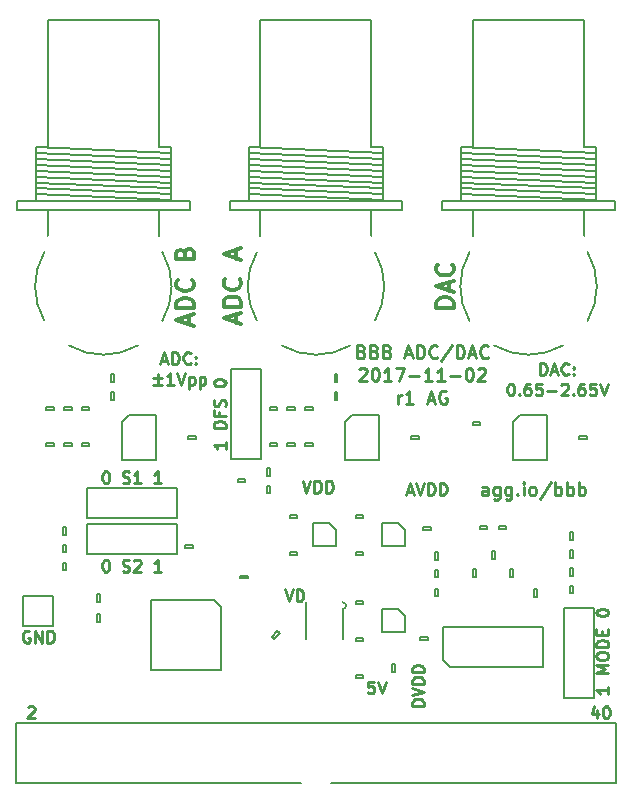
<source format=gto>
%TF.GenerationSoftware,KiCad,Pcbnew,no-vcs-found-0b1eb56~60~ubuntu16.04.1*%
%TF.CreationDate,2017-11-02T03:22:39+00:00*%
%TF.ProjectId,adcdac,6164636461632E6B696361645F706362,rev?*%
%TF.SameCoordinates,Original*%
%TF.FileFunction,Legend,Top*%
%TF.FilePolarity,Positive*%
%FSLAX46Y46*%
G04 Gerber Fmt 4.6, Leading zero omitted, Abs format (unit mm)*
G04 Created by KiCad (PCBNEW no-vcs-found-0b1eb56~60~ubuntu16.04.1) date Thu Nov  2 03:22:39 2017*
%MOMM*%
%LPD*%
G01*
G04 APERTURE LIST*
%ADD10C,0.275000*%
%ADD11C,0.250000*%
%ADD12C,0.300000*%
%ADD13C,0.150000*%
%ADD14R,1.900000X1.900000*%
%ADD15C,1.000000*%
%ADD16C,1.900000*%
%ADD17R,0.950000X1.000000*%
%ADD18C,0.950000*%
%ADD19C,0.100000*%
%ADD20R,1.000000X0.950000*%
%ADD21R,0.450000X1.450000*%
%ADD22R,1.662000X1.727000*%
%ADD23C,3.200000*%
%ADD24C,2.000000*%
%ADD25R,0.620000X0.620000*%
%ADD26R,0.300000X1.500000*%
%ADD27R,1.500000X0.300000*%
%ADD28R,1.550000X0.600000*%
%ADD29R,0.450000X1.350000*%
G04 APERTURE END LIST*
D10*
X114550000Y-128197619D02*
X114550000Y-127621428D01*
X114497619Y-127516666D01*
X114392857Y-127464285D01*
X114183333Y-127464285D01*
X114078571Y-127516666D01*
X114550000Y-128145238D02*
X114445238Y-128197619D01*
X114183333Y-128197619D01*
X114078571Y-128145238D01*
X114026190Y-128040476D01*
X114026190Y-127935714D01*
X114078571Y-127830952D01*
X114183333Y-127778571D01*
X114445238Y-127778571D01*
X114550000Y-127726190D01*
X115545238Y-127464285D02*
X115545238Y-128354761D01*
X115492857Y-128459523D01*
X115440476Y-128511904D01*
X115335714Y-128564285D01*
X115178571Y-128564285D01*
X115073809Y-128511904D01*
X115545238Y-128145238D02*
X115440476Y-128197619D01*
X115230952Y-128197619D01*
X115126190Y-128145238D01*
X115073809Y-128092857D01*
X115021428Y-127988095D01*
X115021428Y-127673809D01*
X115073809Y-127569047D01*
X115126190Y-127516666D01*
X115230952Y-127464285D01*
X115440476Y-127464285D01*
X115545238Y-127516666D01*
X116540476Y-127464285D02*
X116540476Y-128354761D01*
X116488095Y-128459523D01*
X116435714Y-128511904D01*
X116330952Y-128564285D01*
X116173809Y-128564285D01*
X116069047Y-128511904D01*
X116540476Y-128145238D02*
X116435714Y-128197619D01*
X116226190Y-128197619D01*
X116121428Y-128145238D01*
X116069047Y-128092857D01*
X116016666Y-127988095D01*
X116016666Y-127673809D01*
X116069047Y-127569047D01*
X116121428Y-127516666D01*
X116226190Y-127464285D01*
X116435714Y-127464285D01*
X116540476Y-127516666D01*
X117064285Y-128092857D02*
X117116666Y-128145238D01*
X117064285Y-128197619D01*
X117011904Y-128145238D01*
X117064285Y-128092857D01*
X117064285Y-128197619D01*
X117588095Y-128197619D02*
X117588095Y-127464285D01*
X117588095Y-127097619D02*
X117535714Y-127150000D01*
X117588095Y-127202380D01*
X117640476Y-127150000D01*
X117588095Y-127097619D01*
X117588095Y-127202380D01*
X118269047Y-128197619D02*
X118164285Y-128145238D01*
X118111904Y-128092857D01*
X118059523Y-127988095D01*
X118059523Y-127673809D01*
X118111904Y-127569047D01*
X118164285Y-127516666D01*
X118269047Y-127464285D01*
X118426190Y-127464285D01*
X118530952Y-127516666D01*
X118583333Y-127569047D01*
X118635714Y-127673809D01*
X118635714Y-127988095D01*
X118583333Y-128092857D01*
X118530952Y-128145238D01*
X118426190Y-128197619D01*
X118269047Y-128197619D01*
X119892857Y-127045238D02*
X118950000Y-128459523D01*
X120259523Y-128197619D02*
X120259523Y-127097619D01*
X120259523Y-127516666D02*
X120364285Y-127464285D01*
X120573809Y-127464285D01*
X120678571Y-127516666D01*
X120730952Y-127569047D01*
X120783333Y-127673809D01*
X120783333Y-127988095D01*
X120730952Y-128092857D01*
X120678571Y-128145238D01*
X120573809Y-128197619D01*
X120364285Y-128197619D01*
X120259523Y-128145238D01*
X121254761Y-128197619D02*
X121254761Y-127097619D01*
X121254761Y-127516666D02*
X121359523Y-127464285D01*
X121569047Y-127464285D01*
X121673809Y-127516666D01*
X121726190Y-127569047D01*
X121778571Y-127673809D01*
X121778571Y-127988095D01*
X121726190Y-128092857D01*
X121673809Y-128145238D01*
X121569047Y-128197619D01*
X121359523Y-128197619D01*
X121254761Y-128145238D01*
X122250000Y-128197619D02*
X122250000Y-127097619D01*
X122250000Y-127516666D02*
X122354761Y-127464285D01*
X122564285Y-127464285D01*
X122669047Y-127516666D01*
X122721428Y-127569047D01*
X122773809Y-127673809D01*
X122773809Y-127988095D01*
X122721428Y-128092857D01*
X122669047Y-128145238D01*
X122564285Y-128197619D01*
X122354761Y-128197619D01*
X122250000Y-128145238D01*
D11*
X109152380Y-145990476D02*
X108152380Y-145990476D01*
X108152380Y-145752380D01*
X108200000Y-145609523D01*
X108295238Y-145514285D01*
X108390476Y-145466666D01*
X108580952Y-145419047D01*
X108723809Y-145419047D01*
X108914285Y-145466666D01*
X109009523Y-145514285D01*
X109104761Y-145609523D01*
X109152380Y-145752380D01*
X109152380Y-145990476D01*
X108152380Y-145133333D02*
X109152380Y-144800000D01*
X108152380Y-144466666D01*
X109152380Y-144133333D02*
X108152380Y-144133333D01*
X108152380Y-143895238D01*
X108200000Y-143752380D01*
X108295238Y-143657142D01*
X108390476Y-143609523D01*
X108580952Y-143561904D01*
X108723809Y-143561904D01*
X108914285Y-143609523D01*
X109009523Y-143657142D01*
X109104761Y-143752380D01*
X109152380Y-143895238D01*
X109152380Y-144133333D01*
X109152380Y-143133333D02*
X108152380Y-143133333D01*
X108152380Y-142895238D01*
X108200000Y-142752380D01*
X108295238Y-142657142D01*
X108390476Y-142609523D01*
X108580952Y-142561904D01*
X108723809Y-142561904D01*
X108914285Y-142609523D01*
X109009523Y-142657142D01*
X109104761Y-142752380D01*
X109152380Y-142895238D01*
X109152380Y-143133333D01*
X107733333Y-127866666D02*
X108209523Y-127866666D01*
X107638095Y-128152380D02*
X107971428Y-127152380D01*
X108304761Y-128152380D01*
X108495238Y-127152380D02*
X108828571Y-128152380D01*
X109161904Y-127152380D01*
X109495238Y-128152380D02*
X109495238Y-127152380D01*
X109733333Y-127152380D01*
X109876190Y-127200000D01*
X109971428Y-127295238D01*
X110019047Y-127390476D01*
X110066666Y-127580952D01*
X110066666Y-127723809D01*
X110019047Y-127914285D01*
X109971428Y-128009523D01*
X109876190Y-128104761D01*
X109733333Y-128152380D01*
X109495238Y-128152380D01*
X110495238Y-128152380D02*
X110495238Y-127152380D01*
X110733333Y-127152380D01*
X110876190Y-127200000D01*
X110971428Y-127295238D01*
X111019047Y-127390476D01*
X111066666Y-127580952D01*
X111066666Y-127723809D01*
X111019047Y-127914285D01*
X110971428Y-128009523D01*
X110876190Y-128104761D01*
X110733333Y-128152380D01*
X110495238Y-128152380D01*
X98866666Y-126952380D02*
X99200000Y-127952380D01*
X99533333Y-126952380D01*
X99866666Y-127952380D02*
X99866666Y-126952380D01*
X100104761Y-126952380D01*
X100247619Y-127000000D01*
X100342857Y-127095238D01*
X100390476Y-127190476D01*
X100438095Y-127380952D01*
X100438095Y-127523809D01*
X100390476Y-127714285D01*
X100342857Y-127809523D01*
X100247619Y-127904761D01*
X100104761Y-127952380D01*
X99866666Y-127952380D01*
X100866666Y-127952380D02*
X100866666Y-126952380D01*
X101104761Y-126952380D01*
X101247619Y-127000000D01*
X101342857Y-127095238D01*
X101390476Y-127190476D01*
X101438095Y-127380952D01*
X101438095Y-127523809D01*
X101390476Y-127714285D01*
X101342857Y-127809523D01*
X101247619Y-127904761D01*
X101104761Y-127952380D01*
X100866666Y-127952380D01*
X104909523Y-143952380D02*
X104433333Y-143952380D01*
X104385714Y-144428571D01*
X104433333Y-144380952D01*
X104528571Y-144333333D01*
X104766666Y-144333333D01*
X104861904Y-144380952D01*
X104909523Y-144428571D01*
X104957142Y-144523809D01*
X104957142Y-144761904D01*
X104909523Y-144857142D01*
X104861904Y-144904761D01*
X104766666Y-144952380D01*
X104528571Y-144952380D01*
X104433333Y-144904761D01*
X104385714Y-144857142D01*
X105242857Y-143952380D02*
X105576190Y-144952380D01*
X105909523Y-143952380D01*
X97366666Y-136152380D02*
X97700000Y-137152380D01*
X98033333Y-136152380D01*
X98366666Y-137152380D02*
X98366666Y-136152380D01*
X98604761Y-136152380D01*
X98747619Y-136200000D01*
X98842857Y-136295238D01*
X98890476Y-136390476D01*
X98938095Y-136580952D01*
X98938095Y-136723809D01*
X98890476Y-136914285D01*
X98842857Y-137009523D01*
X98747619Y-137104761D01*
X98604761Y-137152380D01*
X98366666Y-137152380D01*
X75738095Y-139700000D02*
X75642857Y-139652380D01*
X75500000Y-139652380D01*
X75357142Y-139700000D01*
X75261904Y-139795238D01*
X75214285Y-139890476D01*
X75166666Y-140080952D01*
X75166666Y-140223809D01*
X75214285Y-140414285D01*
X75261904Y-140509523D01*
X75357142Y-140604761D01*
X75500000Y-140652380D01*
X75595238Y-140652380D01*
X75738095Y-140604761D01*
X75785714Y-140557142D01*
X75785714Y-140223809D01*
X75595238Y-140223809D01*
X76214285Y-140652380D02*
X76214285Y-139652380D01*
X76785714Y-140652380D01*
X76785714Y-139652380D01*
X77261904Y-140652380D02*
X77261904Y-139652380D01*
X77500000Y-139652380D01*
X77642857Y-139700000D01*
X77738095Y-139795238D01*
X77785714Y-139890476D01*
X77833333Y-140080952D01*
X77833333Y-140223809D01*
X77785714Y-140414285D01*
X77738095Y-140509523D01*
X77642857Y-140604761D01*
X77500000Y-140652380D01*
X77261904Y-140652380D01*
X118971428Y-117977380D02*
X118971428Y-116977380D01*
X119209523Y-116977380D01*
X119352380Y-117025000D01*
X119447619Y-117120238D01*
X119495238Y-117215476D01*
X119542857Y-117405952D01*
X119542857Y-117548809D01*
X119495238Y-117739285D01*
X119447619Y-117834523D01*
X119352380Y-117929761D01*
X119209523Y-117977380D01*
X118971428Y-117977380D01*
X119923809Y-117691666D02*
X120400000Y-117691666D01*
X119828571Y-117977380D02*
X120161904Y-116977380D01*
X120495238Y-117977380D01*
X121400000Y-117882142D02*
X121352380Y-117929761D01*
X121209523Y-117977380D01*
X121114285Y-117977380D01*
X120971428Y-117929761D01*
X120876190Y-117834523D01*
X120828571Y-117739285D01*
X120780952Y-117548809D01*
X120780952Y-117405952D01*
X120828571Y-117215476D01*
X120876190Y-117120238D01*
X120971428Y-117025000D01*
X121114285Y-116977380D01*
X121209523Y-116977380D01*
X121352380Y-117025000D01*
X121400000Y-117072619D01*
X121828571Y-117882142D02*
X121876190Y-117929761D01*
X121828571Y-117977380D01*
X121780952Y-117929761D01*
X121828571Y-117882142D01*
X121828571Y-117977380D01*
X121828571Y-117358333D02*
X121876190Y-117405952D01*
X121828571Y-117453571D01*
X121780952Y-117405952D01*
X121828571Y-117358333D01*
X121828571Y-117453571D01*
X116447619Y-118727380D02*
X116542857Y-118727380D01*
X116638095Y-118775000D01*
X116685714Y-118822619D01*
X116733333Y-118917857D01*
X116780952Y-119108333D01*
X116780952Y-119346428D01*
X116733333Y-119536904D01*
X116685714Y-119632142D01*
X116638095Y-119679761D01*
X116542857Y-119727380D01*
X116447619Y-119727380D01*
X116352380Y-119679761D01*
X116304761Y-119632142D01*
X116257142Y-119536904D01*
X116209523Y-119346428D01*
X116209523Y-119108333D01*
X116257142Y-118917857D01*
X116304761Y-118822619D01*
X116352380Y-118775000D01*
X116447619Y-118727380D01*
X117209523Y-119632142D02*
X117257142Y-119679761D01*
X117209523Y-119727380D01*
X117161904Y-119679761D01*
X117209523Y-119632142D01*
X117209523Y-119727380D01*
X118114285Y-118727380D02*
X117923809Y-118727380D01*
X117828571Y-118775000D01*
X117780952Y-118822619D01*
X117685714Y-118965476D01*
X117638095Y-119155952D01*
X117638095Y-119536904D01*
X117685714Y-119632142D01*
X117733333Y-119679761D01*
X117828571Y-119727380D01*
X118019047Y-119727380D01*
X118114285Y-119679761D01*
X118161904Y-119632142D01*
X118209523Y-119536904D01*
X118209523Y-119298809D01*
X118161904Y-119203571D01*
X118114285Y-119155952D01*
X118019047Y-119108333D01*
X117828571Y-119108333D01*
X117733333Y-119155952D01*
X117685714Y-119203571D01*
X117638095Y-119298809D01*
X119114285Y-118727380D02*
X118638095Y-118727380D01*
X118590476Y-119203571D01*
X118638095Y-119155952D01*
X118733333Y-119108333D01*
X118971428Y-119108333D01*
X119066666Y-119155952D01*
X119114285Y-119203571D01*
X119161904Y-119298809D01*
X119161904Y-119536904D01*
X119114285Y-119632142D01*
X119066666Y-119679761D01*
X118971428Y-119727380D01*
X118733333Y-119727380D01*
X118638095Y-119679761D01*
X118590476Y-119632142D01*
X119590476Y-119346428D02*
X120352380Y-119346428D01*
X120780952Y-118822619D02*
X120828571Y-118775000D01*
X120923809Y-118727380D01*
X121161904Y-118727380D01*
X121257142Y-118775000D01*
X121304761Y-118822619D01*
X121352380Y-118917857D01*
X121352380Y-119013095D01*
X121304761Y-119155952D01*
X120733333Y-119727380D01*
X121352380Y-119727380D01*
X121780952Y-119632142D02*
X121828571Y-119679761D01*
X121780952Y-119727380D01*
X121733333Y-119679761D01*
X121780952Y-119632142D01*
X121780952Y-119727380D01*
X122685714Y-118727380D02*
X122495238Y-118727380D01*
X122399999Y-118775000D01*
X122352380Y-118822619D01*
X122257142Y-118965476D01*
X122209523Y-119155952D01*
X122209523Y-119536904D01*
X122257142Y-119632142D01*
X122304761Y-119679761D01*
X122399999Y-119727380D01*
X122590476Y-119727380D01*
X122685714Y-119679761D01*
X122733333Y-119632142D01*
X122780952Y-119536904D01*
X122780952Y-119298809D01*
X122733333Y-119203571D01*
X122685714Y-119155952D01*
X122590476Y-119108333D01*
X122399999Y-119108333D01*
X122304761Y-119155952D01*
X122257142Y-119203571D01*
X122209523Y-119298809D01*
X123685714Y-118727380D02*
X123209523Y-118727380D01*
X123161904Y-119203571D01*
X123209523Y-119155952D01*
X123304761Y-119108333D01*
X123542857Y-119108333D01*
X123638095Y-119155952D01*
X123685714Y-119203571D01*
X123733333Y-119298809D01*
X123733333Y-119536904D01*
X123685714Y-119632142D01*
X123638095Y-119679761D01*
X123542857Y-119727380D01*
X123304761Y-119727380D01*
X123209523Y-119679761D01*
X123161904Y-119632142D01*
X124019047Y-118727380D02*
X124352380Y-119727380D01*
X124685714Y-118727380D01*
X86923809Y-116791666D02*
X87400000Y-116791666D01*
X86828571Y-117077380D02*
X87161904Y-116077380D01*
X87495238Y-117077380D01*
X87828571Y-117077380D02*
X87828571Y-116077380D01*
X88066666Y-116077380D01*
X88209523Y-116125000D01*
X88304761Y-116220238D01*
X88352380Y-116315476D01*
X88400000Y-116505952D01*
X88400000Y-116648809D01*
X88352380Y-116839285D01*
X88304761Y-116934523D01*
X88209523Y-117029761D01*
X88066666Y-117077380D01*
X87828571Y-117077380D01*
X89400000Y-116982142D02*
X89352380Y-117029761D01*
X89209523Y-117077380D01*
X89114285Y-117077380D01*
X88971428Y-117029761D01*
X88876190Y-116934523D01*
X88828571Y-116839285D01*
X88780952Y-116648809D01*
X88780952Y-116505952D01*
X88828571Y-116315476D01*
X88876190Y-116220238D01*
X88971428Y-116125000D01*
X89114285Y-116077380D01*
X89209523Y-116077380D01*
X89352380Y-116125000D01*
X89400000Y-116172619D01*
X89828571Y-116982142D02*
X89876190Y-117029761D01*
X89828571Y-117077380D01*
X89780952Y-117029761D01*
X89828571Y-116982142D01*
X89828571Y-117077380D01*
X89828571Y-116458333D02*
X89876190Y-116505952D01*
X89828571Y-116553571D01*
X89780952Y-116505952D01*
X89828571Y-116458333D01*
X89828571Y-116553571D01*
X86209523Y-118255952D02*
X86971428Y-118255952D01*
X86590476Y-118636904D02*
X86590476Y-117875000D01*
X86971428Y-118827380D02*
X86209523Y-118827380D01*
X87971428Y-118827380D02*
X87400000Y-118827380D01*
X87685714Y-118827380D02*
X87685714Y-117827380D01*
X87590476Y-117970238D01*
X87495238Y-118065476D01*
X87400000Y-118113095D01*
X88257142Y-117827380D02*
X88590476Y-118827380D01*
X88923809Y-117827380D01*
X89257142Y-118160714D02*
X89257142Y-119160714D01*
X89257142Y-118208333D02*
X89352380Y-118160714D01*
X89542857Y-118160714D01*
X89638095Y-118208333D01*
X89685714Y-118255952D01*
X89733333Y-118351190D01*
X89733333Y-118636904D01*
X89685714Y-118732142D01*
X89638095Y-118779761D01*
X89542857Y-118827380D01*
X89352380Y-118827380D01*
X89257142Y-118779761D01*
X90161904Y-118160714D02*
X90161904Y-119160714D01*
X90161904Y-118208333D02*
X90257142Y-118160714D01*
X90447619Y-118160714D01*
X90542857Y-118208333D01*
X90590476Y-118255952D01*
X90638095Y-118351190D01*
X90638095Y-118636904D01*
X90590476Y-118732142D01*
X90542857Y-118779761D01*
X90447619Y-118827380D01*
X90257142Y-118827380D01*
X90161904Y-118779761D01*
X123814285Y-146385714D02*
X123814285Y-147052380D01*
X123576190Y-146004761D02*
X123338095Y-146719047D01*
X123957142Y-146719047D01*
X124528571Y-146052380D02*
X124623809Y-146052380D01*
X124719047Y-146100000D01*
X124766666Y-146147619D01*
X124814285Y-146242857D01*
X124861904Y-146433333D01*
X124861904Y-146671428D01*
X124814285Y-146861904D01*
X124766666Y-146957142D01*
X124719047Y-147004761D01*
X124623809Y-147052380D01*
X124528571Y-147052380D01*
X124433333Y-147004761D01*
X124385714Y-146957142D01*
X124338095Y-146861904D01*
X124290476Y-146671428D01*
X124290476Y-146433333D01*
X124338095Y-146242857D01*
X124385714Y-146147619D01*
X124433333Y-146100000D01*
X124528571Y-146052380D01*
X75614285Y-146147619D02*
X75661904Y-146100000D01*
X75757142Y-146052380D01*
X75995238Y-146052380D01*
X76090476Y-146100000D01*
X76138095Y-146147619D01*
X76185714Y-146242857D01*
X76185714Y-146338095D01*
X76138095Y-146480952D01*
X75566666Y-147052380D01*
X76185714Y-147052380D01*
D10*
X103840476Y-115996428D02*
X103997619Y-116048809D01*
X104050000Y-116101190D01*
X104102380Y-116205952D01*
X104102380Y-116363095D01*
X104050000Y-116467857D01*
X103997619Y-116520238D01*
X103892857Y-116572619D01*
X103473809Y-116572619D01*
X103473809Y-115472619D01*
X103840476Y-115472619D01*
X103945238Y-115525000D01*
X103997619Y-115577380D01*
X104050000Y-115682142D01*
X104050000Y-115786904D01*
X103997619Y-115891666D01*
X103945238Y-115944047D01*
X103840476Y-115996428D01*
X103473809Y-115996428D01*
X104940476Y-115996428D02*
X105097619Y-116048809D01*
X105150000Y-116101190D01*
X105202380Y-116205952D01*
X105202380Y-116363095D01*
X105150000Y-116467857D01*
X105097619Y-116520238D01*
X104992857Y-116572619D01*
X104573809Y-116572619D01*
X104573809Y-115472619D01*
X104940476Y-115472619D01*
X105045238Y-115525000D01*
X105097619Y-115577380D01*
X105150000Y-115682142D01*
X105150000Y-115786904D01*
X105097619Y-115891666D01*
X105045238Y-115944047D01*
X104940476Y-115996428D01*
X104573809Y-115996428D01*
X106040476Y-115996428D02*
X106197619Y-116048809D01*
X106250000Y-116101190D01*
X106302380Y-116205952D01*
X106302380Y-116363095D01*
X106250000Y-116467857D01*
X106197619Y-116520238D01*
X106092857Y-116572619D01*
X105673809Y-116572619D01*
X105673809Y-115472619D01*
X106040476Y-115472619D01*
X106145238Y-115525000D01*
X106197619Y-115577380D01*
X106250000Y-115682142D01*
X106250000Y-115786904D01*
X106197619Y-115891666D01*
X106145238Y-115944047D01*
X106040476Y-115996428D01*
X105673809Y-115996428D01*
X107559523Y-116258333D02*
X108083333Y-116258333D01*
X107454761Y-116572619D02*
X107821428Y-115472619D01*
X108188095Y-116572619D01*
X108554761Y-116572619D02*
X108554761Y-115472619D01*
X108816666Y-115472619D01*
X108973809Y-115525000D01*
X109078571Y-115629761D01*
X109130952Y-115734523D01*
X109183333Y-115944047D01*
X109183333Y-116101190D01*
X109130952Y-116310714D01*
X109078571Y-116415476D01*
X108973809Y-116520238D01*
X108816666Y-116572619D01*
X108554761Y-116572619D01*
X110283333Y-116467857D02*
X110230952Y-116520238D01*
X110073809Y-116572619D01*
X109969047Y-116572619D01*
X109811904Y-116520238D01*
X109707142Y-116415476D01*
X109654761Y-116310714D01*
X109602380Y-116101190D01*
X109602380Y-115944047D01*
X109654761Y-115734523D01*
X109707142Y-115629761D01*
X109811904Y-115525000D01*
X109969047Y-115472619D01*
X110073809Y-115472619D01*
X110230952Y-115525000D01*
X110283333Y-115577380D01*
X111540476Y-115420238D02*
X110597619Y-116834523D01*
X111907142Y-116572619D02*
X111907142Y-115472619D01*
X112169047Y-115472619D01*
X112326190Y-115525000D01*
X112430952Y-115629761D01*
X112483333Y-115734523D01*
X112535714Y-115944047D01*
X112535714Y-116101190D01*
X112483333Y-116310714D01*
X112430952Y-116415476D01*
X112326190Y-116520238D01*
X112169047Y-116572619D01*
X111907142Y-116572619D01*
X112954761Y-116258333D02*
X113478571Y-116258333D01*
X112850000Y-116572619D02*
X113216666Y-115472619D01*
X113583333Y-116572619D01*
X114578571Y-116467857D02*
X114526190Y-116520238D01*
X114369047Y-116572619D01*
X114264285Y-116572619D01*
X114107142Y-116520238D01*
X114002380Y-116415476D01*
X113950000Y-116310714D01*
X113897619Y-116101190D01*
X113897619Y-115944047D01*
X113950000Y-115734523D01*
X114002380Y-115629761D01*
X114107142Y-115525000D01*
X114264285Y-115472619D01*
X114369047Y-115472619D01*
X114526190Y-115525000D01*
X114578571Y-115577380D01*
X103657142Y-117502380D02*
X103709523Y-117450000D01*
X103814285Y-117397619D01*
X104076190Y-117397619D01*
X104180952Y-117450000D01*
X104233333Y-117502380D01*
X104285714Y-117607142D01*
X104285714Y-117711904D01*
X104233333Y-117869047D01*
X103604761Y-118497619D01*
X104285714Y-118497619D01*
X104966666Y-117397619D02*
X105071428Y-117397619D01*
X105176190Y-117450000D01*
X105228571Y-117502380D01*
X105280952Y-117607142D01*
X105333333Y-117816666D01*
X105333333Y-118078571D01*
X105280952Y-118288095D01*
X105228571Y-118392857D01*
X105176190Y-118445238D01*
X105071428Y-118497619D01*
X104966666Y-118497619D01*
X104861904Y-118445238D01*
X104809523Y-118392857D01*
X104757142Y-118288095D01*
X104704761Y-118078571D01*
X104704761Y-117816666D01*
X104757142Y-117607142D01*
X104809523Y-117502380D01*
X104861904Y-117450000D01*
X104966666Y-117397619D01*
X106380952Y-118497619D02*
X105752380Y-118497619D01*
X106066666Y-118497619D02*
X106066666Y-117397619D01*
X105961904Y-117554761D01*
X105857142Y-117659523D01*
X105752380Y-117711904D01*
X106747619Y-117397619D02*
X107480952Y-117397619D01*
X107009523Y-118497619D01*
X107900000Y-118078571D02*
X108738095Y-118078571D01*
X109838095Y-118497619D02*
X109209523Y-118497619D01*
X109523809Y-118497619D02*
X109523809Y-117397619D01*
X109419047Y-117554761D01*
X109314285Y-117659523D01*
X109209523Y-117711904D01*
X110885714Y-118497619D02*
X110257142Y-118497619D01*
X110571428Y-118497619D02*
X110571428Y-117397619D01*
X110466666Y-117554761D01*
X110361904Y-117659523D01*
X110257142Y-117711904D01*
X111357142Y-118078571D02*
X112195238Y-118078571D01*
X112928571Y-117397619D02*
X113033333Y-117397619D01*
X113138095Y-117450000D01*
X113190476Y-117502380D01*
X113242857Y-117607142D01*
X113295238Y-117816666D01*
X113295238Y-118078571D01*
X113242857Y-118288095D01*
X113190476Y-118392857D01*
X113138095Y-118445238D01*
X113033333Y-118497619D01*
X112928571Y-118497619D01*
X112823809Y-118445238D01*
X112771428Y-118392857D01*
X112719047Y-118288095D01*
X112666666Y-118078571D01*
X112666666Y-117816666D01*
X112719047Y-117607142D01*
X112771428Y-117502380D01*
X112823809Y-117450000D01*
X112928571Y-117397619D01*
X113714285Y-117502380D02*
X113766666Y-117450000D01*
X113871428Y-117397619D01*
X114133333Y-117397619D01*
X114238095Y-117450000D01*
X114290476Y-117502380D01*
X114342857Y-117607142D01*
X114342857Y-117711904D01*
X114290476Y-117869047D01*
X113661904Y-118497619D01*
X114342857Y-118497619D01*
X106957142Y-120422619D02*
X106957142Y-119689285D01*
X106957142Y-119898809D02*
X107009523Y-119794047D01*
X107061904Y-119741666D01*
X107166666Y-119689285D01*
X107271428Y-119689285D01*
X108214285Y-120422619D02*
X107585714Y-120422619D01*
X107900000Y-120422619D02*
X107900000Y-119322619D01*
X107795238Y-119479761D01*
X107690476Y-119584523D01*
X107585714Y-119636904D01*
X109471428Y-120108333D02*
X109995238Y-120108333D01*
X109366666Y-120422619D02*
X109733333Y-119322619D01*
X110100000Y-120422619D01*
X111042857Y-119375000D02*
X110938095Y-119322619D01*
X110780952Y-119322619D01*
X110623809Y-119375000D01*
X110519047Y-119479761D01*
X110466666Y-119584523D01*
X110414285Y-119794047D01*
X110414285Y-119951190D01*
X110466666Y-120160714D01*
X110519047Y-120265476D01*
X110623809Y-120370238D01*
X110780952Y-120422619D01*
X110885714Y-120422619D01*
X111042857Y-120370238D01*
X111095238Y-120317857D01*
X111095238Y-119951190D01*
X110885714Y-119951190D01*
D12*
X111678571Y-112285714D02*
X110178571Y-112285714D01*
X110178571Y-111928571D01*
X110250000Y-111714285D01*
X110392857Y-111571428D01*
X110535714Y-111500000D01*
X110821428Y-111428571D01*
X111035714Y-111428571D01*
X111321428Y-111500000D01*
X111464285Y-111571428D01*
X111607142Y-111714285D01*
X111678571Y-111928571D01*
X111678571Y-112285714D01*
X111250000Y-110857142D02*
X111250000Y-110142857D01*
X111678571Y-111000000D02*
X110178571Y-110500000D01*
X111678571Y-110000000D01*
X111535714Y-108642857D02*
X111607142Y-108714285D01*
X111678571Y-108928571D01*
X111678571Y-109071428D01*
X111607142Y-109285714D01*
X111464285Y-109428571D01*
X111321428Y-109500000D01*
X111035714Y-109571428D01*
X110821428Y-109571428D01*
X110535714Y-109500000D01*
X110392857Y-109428571D01*
X110250000Y-109285714D01*
X110178571Y-109071428D01*
X110178571Y-108928571D01*
X110250000Y-108714285D01*
X110321428Y-108642857D01*
X93250000Y-113571428D02*
X93250000Y-112857142D01*
X93678571Y-113714285D02*
X92178571Y-113214285D01*
X93678571Y-112714285D01*
X93678571Y-112214285D02*
X92178571Y-112214285D01*
X92178571Y-111857142D01*
X92250000Y-111642857D01*
X92392857Y-111500000D01*
X92535714Y-111428571D01*
X92821428Y-111357142D01*
X93035714Y-111357142D01*
X93321428Y-111428571D01*
X93464285Y-111500000D01*
X93607142Y-111642857D01*
X93678571Y-111857142D01*
X93678571Y-112214285D01*
X93535714Y-109857142D02*
X93607142Y-109928571D01*
X93678571Y-110142857D01*
X93678571Y-110285714D01*
X93607142Y-110500000D01*
X93464285Y-110642857D01*
X93321428Y-110714285D01*
X93035714Y-110785714D01*
X92821428Y-110785714D01*
X92535714Y-110714285D01*
X92392857Y-110642857D01*
X92250000Y-110500000D01*
X92178571Y-110285714D01*
X92178571Y-110142857D01*
X92250000Y-109928571D01*
X92321428Y-109857142D01*
X93250000Y-108142857D02*
X93250000Y-107428571D01*
X93678571Y-108285714D02*
X92178571Y-107785714D01*
X93678571Y-107285714D01*
X89250000Y-113678571D02*
X89250000Y-112964285D01*
X89678571Y-113821428D02*
X88178571Y-113321428D01*
X89678571Y-112821428D01*
X89678571Y-112321428D02*
X88178571Y-112321428D01*
X88178571Y-111964285D01*
X88250000Y-111750000D01*
X88392857Y-111607142D01*
X88535714Y-111535714D01*
X88821428Y-111464285D01*
X89035714Y-111464285D01*
X89321428Y-111535714D01*
X89464285Y-111607142D01*
X89607142Y-111750000D01*
X89678571Y-111964285D01*
X89678571Y-112321428D01*
X89535714Y-109964285D02*
X89607142Y-110035714D01*
X89678571Y-110250000D01*
X89678571Y-110392857D01*
X89607142Y-110607142D01*
X89464285Y-110750000D01*
X89321428Y-110821428D01*
X89035714Y-110892857D01*
X88821428Y-110892857D01*
X88535714Y-110821428D01*
X88392857Y-110750000D01*
X88250000Y-110607142D01*
X88178571Y-110392857D01*
X88178571Y-110250000D01*
X88250000Y-110035714D01*
X88321428Y-109964285D01*
X88892857Y-107678571D02*
X88964285Y-107464285D01*
X89035714Y-107392857D01*
X89178571Y-107321428D01*
X89392857Y-107321428D01*
X89535714Y-107392857D01*
X89607142Y-107464285D01*
X89678571Y-107607142D01*
X89678571Y-108178571D01*
X88178571Y-108178571D01*
X88178571Y-107678571D01*
X88250000Y-107535714D01*
X88321428Y-107464285D01*
X88464285Y-107392857D01*
X88607142Y-107392857D01*
X88750000Y-107464285D01*
X88821428Y-107535714D01*
X88892857Y-107678571D01*
X88892857Y-108178571D01*
D11*
X124752380Y-144400000D02*
X124752380Y-144971428D01*
X124752380Y-144685714D02*
X123752380Y-144685714D01*
X123895238Y-144780952D01*
X123990476Y-144876190D01*
X124038095Y-144971428D01*
X124752380Y-143209523D02*
X123752380Y-143209523D01*
X124466666Y-142876190D01*
X123752380Y-142542857D01*
X124752380Y-142542857D01*
X123752380Y-141876190D02*
X123752380Y-141685714D01*
X123800000Y-141590476D01*
X123895238Y-141495238D01*
X124085714Y-141447619D01*
X124419047Y-141447619D01*
X124609523Y-141495238D01*
X124704761Y-141590476D01*
X124752380Y-141685714D01*
X124752380Y-141876190D01*
X124704761Y-141971428D01*
X124609523Y-142066666D01*
X124419047Y-142114285D01*
X124085714Y-142114285D01*
X123895238Y-142066666D01*
X123800000Y-141971428D01*
X123752380Y-141876190D01*
X124752380Y-141019047D02*
X123752380Y-141019047D01*
X123752380Y-140780952D01*
X123800000Y-140638095D01*
X123895238Y-140542857D01*
X123990476Y-140495238D01*
X124180952Y-140447619D01*
X124323809Y-140447619D01*
X124514285Y-140495238D01*
X124609523Y-140542857D01*
X124704761Y-140638095D01*
X124752380Y-140780952D01*
X124752380Y-141019047D01*
X124228571Y-140019047D02*
X124228571Y-139685714D01*
X124752380Y-139542857D02*
X124752380Y-140019047D01*
X123752380Y-140019047D01*
X123752380Y-139542857D01*
X123752380Y-138161904D02*
X123752380Y-138066666D01*
X123800000Y-137971428D01*
X123847619Y-137923809D01*
X123942857Y-137876190D01*
X124133333Y-137828571D01*
X124371428Y-137828571D01*
X124561904Y-137876190D01*
X124657142Y-137923809D01*
X124704761Y-137971428D01*
X124752380Y-138066666D01*
X124752380Y-138161904D01*
X124704761Y-138257142D01*
X124657142Y-138304761D01*
X124561904Y-138352380D01*
X124371428Y-138400000D01*
X124133333Y-138400000D01*
X123942857Y-138352380D01*
X123847619Y-138304761D01*
X123800000Y-138257142D01*
X123752380Y-138161904D01*
X92352380Y-123657142D02*
X92352380Y-124228571D01*
X92352380Y-123942857D02*
X91352380Y-123942857D01*
X91495238Y-124038095D01*
X91590476Y-124133333D01*
X91638095Y-124228571D01*
X92352380Y-122466666D02*
X91352380Y-122466666D01*
X91352380Y-122228571D01*
X91400000Y-122085714D01*
X91495238Y-121990476D01*
X91590476Y-121942857D01*
X91780952Y-121895238D01*
X91923809Y-121895238D01*
X92114285Y-121942857D01*
X92209523Y-121990476D01*
X92304761Y-122085714D01*
X92352380Y-122228571D01*
X92352380Y-122466666D01*
X91828571Y-121133333D02*
X91828571Y-121466666D01*
X92352380Y-121466666D02*
X91352380Y-121466666D01*
X91352380Y-120990476D01*
X92304761Y-120657142D02*
X92352380Y-120514285D01*
X92352380Y-120276190D01*
X92304761Y-120180952D01*
X92257142Y-120133333D01*
X92161904Y-120085714D01*
X92066666Y-120085714D01*
X91971428Y-120133333D01*
X91923809Y-120180952D01*
X91876190Y-120276190D01*
X91828571Y-120466666D01*
X91780952Y-120561904D01*
X91733333Y-120609523D01*
X91638095Y-120657142D01*
X91542857Y-120657142D01*
X91447619Y-120609523D01*
X91400000Y-120561904D01*
X91352380Y-120466666D01*
X91352380Y-120228571D01*
X91400000Y-120085714D01*
X91352380Y-118704761D02*
X91352380Y-118609523D01*
X91400000Y-118514285D01*
X91447619Y-118466666D01*
X91542857Y-118419047D01*
X91733333Y-118371428D01*
X91971428Y-118371428D01*
X92161904Y-118419047D01*
X92257142Y-118466666D01*
X92304761Y-118514285D01*
X92352380Y-118609523D01*
X92352380Y-118704761D01*
X92304761Y-118800000D01*
X92257142Y-118847619D01*
X92161904Y-118895238D01*
X91971428Y-118942857D01*
X91733333Y-118942857D01*
X91542857Y-118895238D01*
X91447619Y-118847619D01*
X91400000Y-118800000D01*
X91352380Y-118704761D01*
X82161904Y-133652380D02*
X82257142Y-133652380D01*
X82352380Y-133700000D01*
X82400000Y-133747619D01*
X82447619Y-133842857D01*
X82495238Y-134033333D01*
X82495238Y-134271428D01*
X82447619Y-134461904D01*
X82400000Y-134557142D01*
X82352380Y-134604761D01*
X82257142Y-134652380D01*
X82161904Y-134652380D01*
X82066666Y-134604761D01*
X82019047Y-134557142D01*
X81971428Y-134461904D01*
X81923809Y-134271428D01*
X81923809Y-134033333D01*
X81971428Y-133842857D01*
X82019047Y-133747619D01*
X82066666Y-133700000D01*
X82161904Y-133652380D01*
X83638095Y-134604761D02*
X83780952Y-134652380D01*
X84019047Y-134652380D01*
X84114285Y-134604761D01*
X84161904Y-134557142D01*
X84209523Y-134461904D01*
X84209523Y-134366666D01*
X84161904Y-134271428D01*
X84114285Y-134223809D01*
X84019047Y-134176190D01*
X83828571Y-134128571D01*
X83733333Y-134080952D01*
X83685714Y-134033333D01*
X83638095Y-133938095D01*
X83638095Y-133842857D01*
X83685714Y-133747619D01*
X83733333Y-133700000D01*
X83828571Y-133652380D01*
X84066666Y-133652380D01*
X84209523Y-133700000D01*
X84590476Y-133747619D02*
X84638095Y-133700000D01*
X84733333Y-133652380D01*
X84971428Y-133652380D01*
X85066666Y-133700000D01*
X85114285Y-133747619D01*
X85161904Y-133842857D01*
X85161904Y-133938095D01*
X85114285Y-134080952D01*
X84542857Y-134652380D01*
X85161904Y-134652380D01*
X86876190Y-134652380D02*
X86304761Y-134652380D01*
X86590476Y-134652380D02*
X86590476Y-133652380D01*
X86495238Y-133795238D01*
X86400000Y-133890476D01*
X86304761Y-133938095D01*
X82161904Y-126152380D02*
X82257142Y-126152380D01*
X82352380Y-126200000D01*
X82400000Y-126247619D01*
X82447619Y-126342857D01*
X82495238Y-126533333D01*
X82495238Y-126771428D01*
X82447619Y-126961904D01*
X82400000Y-127057142D01*
X82352380Y-127104761D01*
X82257142Y-127152380D01*
X82161904Y-127152380D01*
X82066666Y-127104761D01*
X82019047Y-127057142D01*
X81971428Y-126961904D01*
X81923809Y-126771428D01*
X81923809Y-126533333D01*
X81971428Y-126342857D01*
X82019047Y-126247619D01*
X82066666Y-126200000D01*
X82161904Y-126152380D01*
X83638095Y-127104761D02*
X83780952Y-127152380D01*
X84019047Y-127152380D01*
X84114285Y-127104761D01*
X84161904Y-127057142D01*
X84209523Y-126961904D01*
X84209523Y-126866666D01*
X84161904Y-126771428D01*
X84114285Y-126723809D01*
X84019047Y-126676190D01*
X83828571Y-126628571D01*
X83733333Y-126580952D01*
X83685714Y-126533333D01*
X83638095Y-126438095D01*
X83638095Y-126342857D01*
X83685714Y-126247619D01*
X83733333Y-126200000D01*
X83828571Y-126152380D01*
X84066666Y-126152380D01*
X84209523Y-126200000D01*
X85161904Y-127152380D02*
X84590476Y-127152380D01*
X84876190Y-127152380D02*
X84876190Y-126152380D01*
X84780952Y-126295238D01*
X84685714Y-126390476D01*
X84590476Y-126438095D01*
X86876190Y-127152380D02*
X86304761Y-127152380D01*
X86590476Y-127152380D02*
X86590476Y-126152380D01*
X86495238Y-126295238D01*
X86400000Y-126390476D01*
X86304761Y-126438095D01*
D13*
%TO.C,J6*%
X75230000Y-136730000D02*
X77770000Y-136730000D01*
X77770000Y-136730000D02*
X77770000Y-139270000D01*
X77770000Y-139270000D02*
X75230000Y-139270000D01*
X75230000Y-139270000D02*
X75230000Y-136730000D01*
%TO.C,J4*%
X80590000Y-130070000D02*
X80590000Y-127530000D01*
X88210000Y-130070000D02*
X80590000Y-130070000D01*
X88210000Y-127530000D02*
X88210000Y-130070000D01*
X80590000Y-127530000D02*
X88210000Y-127530000D01*
%TO.C,J3*%
X80590000Y-130630000D02*
X88210000Y-130630000D01*
X88210000Y-130630000D02*
X88210000Y-133170000D01*
X88210000Y-133170000D02*
X80590000Y-133170000D01*
X80590000Y-133170000D02*
X80590000Y-130630000D01*
%TO.C,C28*%
X121525000Y-131325000D02*
X121775000Y-131325000D01*
X121775000Y-131325000D02*
X121775000Y-131975000D01*
X121775000Y-131975000D02*
X121525000Y-131975000D01*
X121525000Y-131975000D02*
X121525000Y-131325000D01*
%TO.C,C8*%
X106475000Y-142475000D02*
X106725000Y-142475000D01*
X106725000Y-142475000D02*
X106725000Y-143125000D01*
X106725000Y-143125000D02*
X106475000Y-143125000D01*
X106475000Y-143125000D02*
X106475000Y-142475000D01*
%TO.C,C27*%
X96741421Y-139681802D02*
X96918198Y-139858579D01*
X96918198Y-139858579D02*
X96458579Y-140318198D01*
X96458579Y-140318198D02*
X96281802Y-140141421D01*
X96281802Y-140141421D02*
X96741421Y-139681802D01*
%TO.C,C26*%
X81725000Y-137225000D02*
X81475000Y-137225000D01*
X81475000Y-137225000D02*
X81475000Y-136575000D01*
X81475000Y-136575000D02*
X81725000Y-136575000D01*
X81725000Y-136575000D02*
X81725000Y-137225000D01*
%TO.C,C25*%
X94225000Y-135225000D02*
X93575000Y-135225000D01*
X94225000Y-134975000D02*
X94225000Y-135225000D01*
X93575000Y-134975000D02*
X94225000Y-134975000D01*
X93575000Y-135225000D02*
X93575000Y-134975000D01*
%TO.C,C24*%
X81725000Y-138925000D02*
X81475000Y-138925000D01*
X81475000Y-138925000D02*
X81475000Y-138275000D01*
X81475000Y-138275000D02*
X81725000Y-138275000D01*
X81725000Y-138275000D02*
X81725000Y-138925000D01*
%TO.C,C23*%
X78675000Y-123775000D02*
X79325000Y-123775000D01*
X78675000Y-124025000D02*
X78675000Y-123775000D01*
X79325000Y-124025000D02*
X78675000Y-124025000D01*
X79325000Y-123775000D02*
X79325000Y-124025000D01*
%TO.C,C18*%
X98225000Y-123775000D02*
X98225000Y-124025000D01*
X98225000Y-124025000D02*
X97575000Y-124025000D01*
X97575000Y-124025000D02*
X97575000Y-123775000D01*
X97575000Y-123775000D02*
X98225000Y-123775000D01*
%TO.C,IC7*%
X102250000Y-137850000D02*
X102250000Y-140350000D01*
X99150000Y-137250000D02*
X99150000Y-140350000D01*
X102250000Y-137850000D02*
G75*
G03X102250000Y-137250000I0J300000D01*
G01*
%TO.C,P2*%
X77300000Y-87900000D02*
X77300000Y-98700000D01*
X77300000Y-98700000D02*
X76300000Y-98700000D01*
X76300000Y-98700000D02*
X76300000Y-103300000D01*
X76300000Y-103300000D02*
X74700000Y-103300000D01*
X74700000Y-103300000D02*
X74700000Y-104000000D01*
X74700000Y-104000000D02*
X77300000Y-104000000D01*
X77300000Y-104000000D02*
X77300000Y-106200000D01*
X77300000Y-106200000D02*
X77300000Y-106200000D01*
X77300000Y-87900000D02*
X86700000Y-87900000D01*
X86700000Y-87900000D02*
X86700000Y-98700000D01*
X86700000Y-98700000D02*
X87700000Y-98700000D01*
X87700000Y-98700000D02*
X87700000Y-103300000D01*
X87700000Y-103300000D02*
X89300000Y-103300000D01*
X89300000Y-103300000D02*
X89300000Y-104000000D01*
X89300000Y-104000000D02*
X86700000Y-104000000D01*
X86700000Y-104000000D02*
X86700000Y-106200000D01*
X76300000Y-99200000D02*
X87700000Y-99700000D01*
X76300000Y-99700000D02*
X87700000Y-100200000D01*
X76300000Y-98700000D02*
X87700000Y-99200000D01*
X76300000Y-100200000D02*
X87700000Y-100700000D01*
X76400000Y-100700000D02*
X87700000Y-101200000D01*
X76300000Y-101200000D02*
X87700000Y-101700000D01*
X76300000Y-101700000D02*
X87700000Y-102200000D01*
X76300000Y-102200000D02*
X87700000Y-102700000D01*
X76300000Y-102700000D02*
X87700000Y-103200000D01*
X76300000Y-103300000D02*
X87700000Y-103300000D01*
X77300000Y-104000000D02*
X86700000Y-104000000D01*
X77000001Y-113400000D02*
G75*
G02X77000001Y-107600001I4999999J2900000D01*
G01*
X84900000Y-115499999D02*
G75*
G02X79100001Y-115499999I-2900000J4999999D01*
G01*
X86999999Y-107600000D02*
G75*
G02X86999999Y-113399999I-4999999J-2900000D01*
G01*
%TO.C,P3*%
X122999999Y-107600000D02*
G75*
G02X122999999Y-113399999I-4999999J-2900000D01*
G01*
X120900000Y-115499999D02*
G75*
G02X115100001Y-115499999I-2900000J4999999D01*
G01*
X113000001Y-113400000D02*
G75*
G02X113000001Y-107600001I4999999J2900000D01*
G01*
X113300000Y-104000000D02*
X122700000Y-104000000D01*
X112300000Y-103300000D02*
X123700000Y-103300000D01*
X112300000Y-102700000D02*
X123700000Y-103200000D01*
X112300000Y-102200000D02*
X123700000Y-102700000D01*
X112300000Y-101700000D02*
X123700000Y-102200000D01*
X112300000Y-101200000D02*
X123700000Y-101700000D01*
X112400000Y-100700000D02*
X123700000Y-101200000D01*
X112300000Y-100200000D02*
X123700000Y-100700000D01*
X112300000Y-98700000D02*
X123700000Y-99200000D01*
X112300000Y-99700000D02*
X123700000Y-100200000D01*
X112300000Y-99200000D02*
X123700000Y-99700000D01*
X122700000Y-104000000D02*
X122700000Y-106200000D01*
X125300000Y-104000000D02*
X122700000Y-104000000D01*
X125300000Y-103300000D02*
X125300000Y-104000000D01*
X123700000Y-103300000D02*
X125300000Y-103300000D01*
X123700000Y-98700000D02*
X123700000Y-103300000D01*
X122700000Y-98700000D02*
X123700000Y-98700000D01*
X122700000Y-87900000D02*
X122700000Y-98700000D01*
X113300000Y-87900000D02*
X122700000Y-87900000D01*
X113300000Y-106200000D02*
X113300000Y-106200000D01*
X113300000Y-104000000D02*
X113300000Y-106200000D01*
X110700000Y-104000000D02*
X113300000Y-104000000D01*
X110700000Y-103300000D02*
X110700000Y-104000000D01*
X112300000Y-103300000D02*
X110700000Y-103300000D01*
X112300000Y-98700000D02*
X112300000Y-103300000D01*
X113300000Y-98700000D02*
X112300000Y-98700000D01*
X113300000Y-87900000D02*
X113300000Y-98700000D01*
%TO.C,P1*%
X95300000Y-87900000D02*
X95300000Y-98700000D01*
X95300000Y-98700000D02*
X94300000Y-98700000D01*
X94300000Y-98700000D02*
X94300000Y-103300000D01*
X94300000Y-103300000D02*
X92700000Y-103300000D01*
X92700000Y-103300000D02*
X92700000Y-104000000D01*
X92700000Y-104000000D02*
X95300000Y-104000000D01*
X95300000Y-104000000D02*
X95300000Y-106200000D01*
X95300000Y-106200000D02*
X95300000Y-106200000D01*
X95300000Y-87900000D02*
X104700000Y-87900000D01*
X104700000Y-87900000D02*
X104700000Y-98700000D01*
X104700000Y-98700000D02*
X105700000Y-98700000D01*
X105700000Y-98700000D02*
X105700000Y-103300000D01*
X105700000Y-103300000D02*
X107300000Y-103300000D01*
X107300000Y-103300000D02*
X107300000Y-104000000D01*
X107300000Y-104000000D02*
X104700000Y-104000000D01*
X104700000Y-104000000D02*
X104700000Y-106200000D01*
X94300000Y-99200000D02*
X105700000Y-99700000D01*
X94300000Y-99700000D02*
X105700000Y-100200000D01*
X94300000Y-98700000D02*
X105700000Y-99200000D01*
X94300000Y-100200000D02*
X105700000Y-100700000D01*
X94400000Y-100700000D02*
X105700000Y-101200000D01*
X94300000Y-101200000D02*
X105700000Y-101700000D01*
X94300000Y-101700000D02*
X105700000Y-102200000D01*
X94300000Y-102200000D02*
X105700000Y-102700000D01*
X94300000Y-102700000D02*
X105700000Y-103200000D01*
X94300000Y-103300000D02*
X105700000Y-103300000D01*
X95300000Y-104000000D02*
X104700000Y-104000000D01*
X95000001Y-113400000D02*
G75*
G02X95000001Y-107600001I4999999J2900000D01*
G01*
X102900000Y-115499999D02*
G75*
G02X97100001Y-115499999I-2900000J4999999D01*
G01*
X104999999Y-107600000D02*
G75*
G02X104999999Y-113399999I-4999999J-2900000D01*
G01*
%TO.C,R23*%
X121525000Y-134975000D02*
X121525000Y-134325000D01*
X121775000Y-134975000D02*
X121525000Y-134975000D01*
X121775000Y-134325000D02*
X121775000Y-134975000D01*
X121525000Y-134325000D02*
X121775000Y-134325000D01*
%TO.C,R21*%
X121525000Y-135825000D02*
X121775000Y-135825000D01*
X121775000Y-135825000D02*
X121775000Y-136475000D01*
X121775000Y-136475000D02*
X121525000Y-136475000D01*
X121525000Y-136475000D02*
X121525000Y-135825000D01*
%TO.C,R20*%
X113575000Y-134425000D02*
X113575000Y-135075000D01*
X113325000Y-134425000D02*
X113575000Y-134425000D01*
X113325000Y-135075000D02*
X113325000Y-134425000D01*
X113575000Y-135075000D02*
X113325000Y-135075000D01*
%TO.C,R19*%
X116425000Y-134425000D02*
X116675000Y-134425000D01*
X116675000Y-134425000D02*
X116675000Y-135075000D01*
X116675000Y-135075000D02*
X116425000Y-135075000D01*
X116425000Y-135075000D02*
X116425000Y-134425000D01*
%TO.C,R18*%
X78625000Y-131525000D02*
X78625000Y-130875000D01*
X78875000Y-131525000D02*
X78625000Y-131525000D01*
X78875000Y-130875000D02*
X78875000Y-131525000D01*
X78625000Y-130875000D02*
X78875000Y-130875000D01*
%TO.C,R26*%
X113925000Y-121975000D02*
X113925000Y-122225000D01*
X113925000Y-122225000D02*
X113275000Y-122225000D01*
X113275000Y-122225000D02*
X113275000Y-121975000D01*
X113275000Y-121975000D02*
X113925000Y-121975000D01*
%TO.C,R16*%
X95875000Y-126525000D02*
X95875000Y-125875000D01*
X96125000Y-126525000D02*
X95875000Y-126525000D01*
X96125000Y-125875000D02*
X96125000Y-126525000D01*
X95875000Y-125875000D02*
X96125000Y-125875000D01*
%TO.C,R15*%
X95875000Y-127375000D02*
X96125000Y-127375000D01*
X96125000Y-127375000D02*
X96125000Y-128025000D01*
X96125000Y-128025000D02*
X95875000Y-128025000D01*
X95875000Y-128025000D02*
X95875000Y-127375000D01*
%TO.C,R13*%
X89175000Y-123125000D02*
X89825000Y-123125000D01*
X89175000Y-123375000D02*
X89175000Y-123125000D01*
X89825000Y-123375000D02*
X89175000Y-123375000D01*
X89825000Y-123125000D02*
X89825000Y-123375000D01*
%TO.C,R12*%
X99725000Y-123775000D02*
X99725000Y-124025000D01*
X99725000Y-124025000D02*
X99075000Y-124025000D01*
X99075000Y-124025000D02*
X99075000Y-123775000D01*
X99075000Y-123775000D02*
X99725000Y-123775000D01*
%TO.C,R10*%
X80175000Y-120675000D02*
X80825000Y-120675000D01*
X80175000Y-120925000D02*
X80175000Y-120675000D01*
X80825000Y-120925000D02*
X80175000Y-120925000D01*
X80825000Y-120675000D02*
X80825000Y-120925000D01*
%TO.C,R22*%
X114525000Y-130825000D02*
X114525000Y-131075000D01*
X114525000Y-131075000D02*
X113875000Y-131075000D01*
X113875000Y-131075000D02*
X113875000Y-130825000D01*
X113875000Y-130825000D02*
X114525000Y-130825000D01*
%TO.C,R24*%
X121775000Y-132825000D02*
X121775000Y-133475000D01*
X121525000Y-132825000D02*
X121775000Y-132825000D01*
X121525000Y-133475000D02*
X121525000Y-132825000D01*
X121775000Y-133475000D02*
X121525000Y-133475000D01*
%TO.C,R25*%
X116125000Y-130825000D02*
X116125000Y-131075000D01*
X116125000Y-131075000D02*
X115475000Y-131075000D01*
X115475000Y-131075000D02*
X115475000Y-130825000D01*
X115475000Y-130825000D02*
X116125000Y-130825000D01*
%TO.C,C1*%
X104025000Y-130125000D02*
X103375000Y-130125000D01*
X104025000Y-129875000D02*
X104025000Y-130125000D01*
X103375000Y-129875000D02*
X104025000Y-129875000D01*
X103375000Y-130125000D02*
X103375000Y-129875000D01*
%TO.C,R17*%
X78625000Y-132375000D02*
X78875000Y-132375000D01*
X78875000Y-132375000D02*
X78875000Y-133025000D01*
X78875000Y-133025000D02*
X78625000Y-133025000D01*
X78625000Y-133025000D02*
X78625000Y-132375000D01*
%TO.C,R1*%
X101575000Y-118575000D02*
X101575000Y-117925000D01*
X101825000Y-118575000D02*
X101575000Y-118575000D01*
X101825000Y-117925000D02*
X101825000Y-118575000D01*
X101575000Y-117925000D02*
X101825000Y-117925000D01*
%TO.C,R2*%
X96725000Y-123775000D02*
X96725000Y-124025000D01*
X96725000Y-124025000D02*
X96075000Y-124025000D01*
X96075000Y-124025000D02*
X96075000Y-123775000D01*
X96075000Y-123775000D02*
X96725000Y-123775000D01*
%TO.C,R3*%
X96075000Y-120675000D02*
X96725000Y-120675000D01*
X96075000Y-120925000D02*
X96075000Y-120675000D01*
X96725000Y-120925000D02*
X96075000Y-120925000D01*
X96725000Y-120675000D02*
X96725000Y-120925000D01*
%TO.C,R7*%
X77825000Y-120675000D02*
X77825000Y-120925000D01*
X77825000Y-120925000D02*
X77175000Y-120925000D01*
X77175000Y-120925000D02*
X77175000Y-120675000D01*
X77175000Y-120675000D02*
X77825000Y-120675000D01*
%TO.C,R5*%
X82675000Y-117925000D02*
X82925000Y-117925000D01*
X82925000Y-117925000D02*
X82925000Y-118575000D01*
X82925000Y-118575000D02*
X82675000Y-118575000D01*
X82675000Y-118575000D02*
X82675000Y-117925000D01*
%TO.C,R6*%
X77825000Y-123775000D02*
X77825000Y-124025000D01*
X77825000Y-124025000D02*
X77175000Y-124025000D01*
X77175000Y-124025000D02*
X77175000Y-123775000D01*
X77175000Y-123775000D02*
X77825000Y-123775000D01*
%TO.C,R4*%
X101825000Y-119425000D02*
X101825000Y-120075000D01*
X101575000Y-119425000D02*
X101825000Y-119425000D01*
X101575000Y-120075000D02*
X101575000Y-119425000D01*
X101825000Y-120075000D02*
X101575000Y-120075000D01*
%TO.C,R11*%
X108725000Y-123125000D02*
X108725000Y-123375000D01*
X108725000Y-123375000D02*
X108075000Y-123375000D01*
X108075000Y-123375000D02*
X108075000Y-123125000D01*
X108075000Y-123125000D02*
X108725000Y-123125000D01*
%TO.C,C22*%
X122275000Y-123125000D02*
X122925000Y-123125000D01*
X122275000Y-123375000D02*
X122275000Y-123125000D01*
X122925000Y-123375000D02*
X122275000Y-123375000D01*
X122925000Y-123125000D02*
X122925000Y-123375000D01*
%TO.C,C21*%
X88925000Y-132675000D02*
X88925000Y-132425000D01*
X88925000Y-132425000D02*
X89575000Y-132425000D01*
X89575000Y-132425000D02*
X89575000Y-132675000D01*
X89575000Y-132675000D02*
X88925000Y-132675000D01*
%TO.C,C20*%
X103375000Y-137175000D02*
X104025000Y-137175000D01*
X103375000Y-137425000D02*
X103375000Y-137175000D01*
X104025000Y-137425000D02*
X103375000Y-137425000D01*
X104025000Y-137175000D02*
X104025000Y-137425000D01*
%TO.C,C19*%
X98425000Y-130125000D02*
X97775000Y-130125000D01*
X98425000Y-129875000D02*
X98425000Y-130125000D01*
X97775000Y-129875000D02*
X98425000Y-129875000D01*
X97775000Y-130125000D02*
X97775000Y-129875000D01*
%TO.C,C17*%
X98425000Y-133225000D02*
X97775000Y-133225000D01*
X98425000Y-132975000D02*
X98425000Y-133225000D01*
X97775000Y-132975000D02*
X98425000Y-132975000D01*
X97775000Y-133225000D02*
X97775000Y-132975000D01*
%TO.C,C16*%
X118425000Y-136775000D02*
X118425000Y-136125000D01*
X118675000Y-136775000D02*
X118425000Y-136775000D01*
X118675000Y-136125000D02*
X118675000Y-136775000D01*
X118425000Y-136125000D02*
X118675000Y-136125000D01*
%TO.C,C14*%
X103375000Y-140525000D02*
X103375000Y-140275000D01*
X103375000Y-140275000D02*
X104025000Y-140275000D01*
X104025000Y-140275000D02*
X104025000Y-140525000D01*
X104025000Y-140525000D02*
X103375000Y-140525000D01*
%TO.C,C13*%
X103375000Y-133225000D02*
X103375000Y-132975000D01*
X103375000Y-132975000D02*
X104025000Y-132975000D01*
X104025000Y-132975000D02*
X104025000Y-133225000D01*
X104025000Y-133225000D02*
X103375000Y-133225000D01*
%TO.C,C12*%
X78625000Y-133875000D02*
X78875000Y-133875000D01*
X78875000Y-133875000D02*
X78875000Y-134525000D01*
X78875000Y-134525000D02*
X78625000Y-134525000D01*
X78625000Y-134525000D02*
X78625000Y-133875000D01*
%TO.C,C11*%
X110325000Y-136075000D02*
X110325000Y-136725000D01*
X110075000Y-136075000D02*
X110325000Y-136075000D01*
X110075000Y-136725000D02*
X110075000Y-136075000D01*
X110325000Y-136725000D02*
X110075000Y-136725000D01*
%TO.C,C10*%
X93375000Y-127075000D02*
X93375000Y-126825000D01*
X93375000Y-126825000D02*
X94025000Y-126825000D01*
X94025000Y-126825000D02*
X94025000Y-127075000D01*
X94025000Y-127075000D02*
X93375000Y-127075000D01*
%TO.C,C9*%
X108825000Y-140175000D02*
X109475000Y-140175000D01*
X108825000Y-140425000D02*
X108825000Y-140175000D01*
X109475000Y-140425000D02*
X108825000Y-140425000D01*
X109475000Y-140175000D02*
X109475000Y-140425000D01*
%TO.C,C7*%
X104025000Y-143625000D02*
X103375000Y-143625000D01*
X104025000Y-143375000D02*
X104025000Y-143625000D01*
X103375000Y-143375000D02*
X104025000Y-143375000D01*
X103375000Y-143625000D02*
X103375000Y-143375000D01*
%TO.C,C6*%
X110325000Y-135125000D02*
X110075000Y-135125000D01*
X110075000Y-135125000D02*
X110075000Y-134475000D01*
X110075000Y-134475000D02*
X110325000Y-134475000D01*
X110325000Y-134475000D02*
X110325000Y-135125000D01*
%TO.C,C5*%
X109725000Y-131125000D02*
X109075000Y-131125000D01*
X109725000Y-130875000D02*
X109725000Y-131125000D01*
X109075000Y-130875000D02*
X109725000Y-130875000D01*
X109075000Y-131125000D02*
X109075000Y-130875000D01*
%TO.C,C4*%
X78675000Y-120925000D02*
X78675000Y-120675000D01*
X78675000Y-120675000D02*
X79325000Y-120675000D01*
X79325000Y-120675000D02*
X79325000Y-120925000D01*
X79325000Y-120925000D02*
X78675000Y-120925000D01*
%TO.C,C3*%
X110075000Y-133625000D02*
X110075000Y-132975000D01*
X110325000Y-133625000D02*
X110075000Y-133625000D01*
X110325000Y-132975000D02*
X110325000Y-133625000D01*
X110075000Y-132975000D02*
X110325000Y-132975000D01*
%TO.C,C2*%
X97575000Y-120925000D02*
X97575000Y-120675000D01*
X97575000Y-120675000D02*
X98225000Y-120675000D01*
X98225000Y-120675000D02*
X98225000Y-120925000D01*
X98225000Y-120925000D02*
X97575000Y-120925000D01*
%TO.C,R9*%
X82925000Y-119425000D02*
X82925000Y-120075000D01*
X82675000Y-119425000D02*
X82925000Y-119425000D01*
X82675000Y-120075000D02*
X82675000Y-119425000D01*
X82925000Y-120075000D02*
X82675000Y-120075000D01*
%TO.C,C15*%
X115125000Y-133575000D02*
X114875000Y-133575000D01*
X114875000Y-133575000D02*
X114875000Y-132925000D01*
X114875000Y-132925000D02*
X115125000Y-132925000D01*
X115125000Y-132925000D02*
X115125000Y-133575000D01*
%TO.C,R8*%
X99075000Y-120675000D02*
X99725000Y-120675000D01*
X99075000Y-120925000D02*
X99075000Y-120675000D01*
X99725000Y-120925000D02*
X99075000Y-120925000D01*
X99725000Y-120675000D02*
X99725000Y-120925000D01*
%TO.C,R14*%
X80825000Y-123775000D02*
X80825000Y-124025000D01*
X80825000Y-124025000D02*
X80175000Y-124025000D01*
X80175000Y-124025000D02*
X80175000Y-123775000D01*
X80175000Y-123775000D02*
X80825000Y-123775000D01*
%TO.C,J1*%
X74600000Y-147460000D02*
X125400000Y-147460000D01*
X125400000Y-147460000D02*
X125400000Y-152540000D01*
X125400000Y-152540000D02*
X101270000Y-152540000D01*
X98730000Y-152540000D02*
X74600000Y-152540000D01*
X74600000Y-152540000D02*
X74600000Y-147460000D01*
%TO.C,IC9*%
X91950000Y-137650000D02*
X91950000Y-142950000D01*
X91950000Y-142950000D02*
X86050000Y-142950000D01*
X86050000Y-142950000D02*
X86050000Y-137050000D01*
X86050000Y-137050000D02*
X91350000Y-137050000D01*
X91350000Y-137050000D02*
X91950000Y-137650000D01*
%TO.C,IC4*%
X106975000Y-137825000D02*
X107575000Y-138425000D01*
X105625000Y-137825000D02*
X106975000Y-137825000D01*
X105625000Y-139775000D02*
X105625000Y-137825000D01*
X107575000Y-139775000D02*
X105625000Y-139775000D01*
X107575000Y-138425000D02*
X107575000Y-139775000D01*
%TO.C,IC6*%
X101075000Y-130525000D02*
X101675000Y-131125000D01*
X99725000Y-130525000D02*
X101075000Y-130525000D01*
X99725000Y-132475000D02*
X99725000Y-130525000D01*
X101675000Y-132475000D02*
X99725000Y-132475000D01*
X101675000Y-131125000D02*
X101675000Y-132475000D01*
%TO.C,IC1*%
X107575000Y-131125000D02*
X107575000Y-132475000D01*
X107575000Y-132475000D02*
X105625000Y-132475000D01*
X105625000Y-132475000D02*
X105625000Y-130525000D01*
X105625000Y-130525000D02*
X106975000Y-130525000D01*
X106975000Y-130525000D02*
X107575000Y-131125000D01*
%TO.C,J2*%
X121030000Y-137690000D02*
X123570000Y-137690000D01*
X121030000Y-145310000D02*
X121030000Y-137690000D01*
X123570000Y-145310000D02*
X121030000Y-145310000D01*
X123570000Y-137690000D02*
X123570000Y-145310000D01*
%TO.C,J5*%
X95370000Y-117490000D02*
X95370000Y-125110000D01*
X95370000Y-125110000D02*
X92830000Y-125110000D01*
X92830000Y-125110000D02*
X92830000Y-117490000D01*
X92830000Y-117490000D02*
X95370000Y-117490000D01*
%TO.C,IC2*%
X103075000Y-121345000D02*
X105325000Y-121345000D01*
X105325000Y-121345000D02*
X105325000Y-125155000D01*
X105325000Y-125155000D02*
X102475000Y-125155000D01*
X102475000Y-125155000D02*
X102475000Y-121945000D01*
X102475000Y-121945000D02*
X103075000Y-121345000D01*
%TO.C,IC3*%
X83575000Y-121945000D02*
X84175000Y-121345000D01*
X83575000Y-125155000D02*
X83575000Y-121945000D01*
X86425000Y-125155000D02*
X83575000Y-125155000D01*
X86425000Y-121345000D02*
X86425000Y-125155000D01*
X84175000Y-121345000D02*
X86425000Y-121345000D01*
%TO.C,IC8*%
X117275000Y-121345000D02*
X119525000Y-121345000D01*
X119525000Y-121345000D02*
X119525000Y-125155000D01*
X119525000Y-125155000D02*
X116675000Y-125155000D01*
X116675000Y-125155000D02*
X116675000Y-121945000D01*
X116675000Y-121945000D02*
X117275000Y-121345000D01*
%TO.C,IC5*%
X110775000Y-142100000D02*
X110775000Y-139300000D01*
X110775000Y-139300000D02*
X119225000Y-139300000D01*
X119225000Y-139300000D02*
X119225000Y-142700000D01*
X119225000Y-142700000D02*
X111375000Y-142700000D01*
X111375000Y-142700000D02*
X110775000Y-142100000D01*
%TD*%
%LPC*%
D14*
%TO.C,J6*%
X76500000Y-138000000D03*
%TD*%
D15*
%TO.C,TP4*%
X102200000Y-127500000D03*
%TD*%
%TO.C,TP3*%
X107200000Y-144000000D03*
%TD*%
%TO.C,TP2*%
X104900000Y-145800000D03*
%TD*%
%TO.C,TP1*%
X107000000Y-127600000D03*
%TD*%
%TO.C,TP5*%
X98100000Y-135400000D03*
%TD*%
D16*
%TO.C,J4*%
X86940000Y-128800000D03*
X84400000Y-128800000D03*
D14*
X81860000Y-128800000D03*
%TD*%
%TO.C,J3*%
X81860000Y-131900000D03*
D16*
X84400000Y-131900000D03*
X86940000Y-131900000D03*
%TD*%
D17*
%TO.C,C28*%
X120850000Y-131650000D03*
X122450000Y-131650000D03*
%TD*%
%TO.C,C8*%
X105800000Y-142800000D03*
X107400000Y-142800000D03*
%TD*%
D18*
%TO.C,C27*%
X96034315Y-139434315D03*
D19*
G36*
X95344886Y-139451993D02*
X96051993Y-138744886D01*
X96723744Y-139416637D01*
X96016637Y-140123744D01*
X95344886Y-139451993D01*
X95344886Y-139451993D01*
G37*
D18*
X97165685Y-140565685D03*
D19*
G36*
X96476256Y-140583363D02*
X97183363Y-139876256D01*
X97855114Y-140548007D01*
X97148007Y-141255114D01*
X96476256Y-140583363D01*
X96476256Y-140583363D01*
G37*
%TD*%
D17*
%TO.C,C26*%
X82400000Y-136900000D03*
X80800000Y-136900000D03*
%TD*%
D20*
%TO.C,C25*%
X93900000Y-134300000D03*
X93900000Y-135900000D03*
%TD*%
D17*
%TO.C,C24*%
X82400000Y-138600000D03*
X80800000Y-138600000D03*
%TD*%
D20*
%TO.C,C23*%
X79000000Y-124700000D03*
X79000000Y-123100000D03*
%TD*%
%TO.C,C18*%
X97900000Y-123100000D03*
X97900000Y-124700000D03*
%TD*%
D21*
%TO.C,IC7*%
X101675000Y-136600000D03*
X101025000Y-136600000D03*
X100375000Y-136600000D03*
X99725000Y-136600000D03*
X99725000Y-141000000D03*
X100375000Y-141000000D03*
X101025000Y-141000000D03*
X101675000Y-141000000D03*
D22*
X100700000Y-138800000D03*
%TD*%
D23*
%TO.C,P2*%
X78700000Y-107200000D03*
D24*
X82000000Y-110500000D03*
D23*
X85300000Y-107200000D03*
X78700000Y-113800000D03*
X85300000Y-113800000D03*
%TD*%
%TO.C,P3*%
X121300000Y-113800000D03*
X114700000Y-113800000D03*
X121300000Y-107200000D03*
D24*
X118000000Y-110500000D03*
D23*
X114700000Y-107200000D03*
%TD*%
%TO.C,P1*%
X96700000Y-107200000D03*
D24*
X100000000Y-110500000D03*
D23*
X103300000Y-107200000D03*
X96700000Y-113800000D03*
X103300000Y-113800000D03*
%TD*%
D25*
%TO.C,D3*%
X118000000Y-116900000D03*
X117100000Y-116900000D03*
%TD*%
%TO.C,D2*%
X81050000Y-116900000D03*
X81950000Y-116900000D03*
%TD*%
%TO.C,D1*%
X100150000Y-116900000D03*
X99250000Y-116900000D03*
%TD*%
D17*
%TO.C,R23*%
X122450000Y-134650000D03*
X120850000Y-134650000D03*
%TD*%
%TO.C,R21*%
X120850000Y-136150000D03*
X122450000Y-136150000D03*
%TD*%
%TO.C,R20*%
X112650000Y-134750000D03*
X114250000Y-134750000D03*
%TD*%
%TO.C,R19*%
X115750000Y-134750000D03*
X117350000Y-134750000D03*
%TD*%
%TO.C,R18*%
X79550000Y-131200000D03*
X77950000Y-131200000D03*
%TD*%
D20*
%TO.C,R26*%
X113600000Y-121300000D03*
X113600000Y-122900000D03*
%TD*%
D17*
%TO.C,R16*%
X96800000Y-126200000D03*
X95200000Y-126200000D03*
%TD*%
%TO.C,R15*%
X95200000Y-127700000D03*
X96800000Y-127700000D03*
%TD*%
D20*
%TO.C,R13*%
X89500000Y-124050000D03*
X89500000Y-122450000D03*
%TD*%
%TO.C,R12*%
X99400000Y-123100000D03*
X99400000Y-124700000D03*
%TD*%
%TO.C,R10*%
X80500000Y-121600000D03*
X80500000Y-120000000D03*
%TD*%
%TO.C,R22*%
X114200000Y-130150000D03*
X114200000Y-131750000D03*
%TD*%
D17*
%TO.C,R24*%
X120850000Y-133150000D03*
X122450000Y-133150000D03*
%TD*%
D20*
%TO.C,R25*%
X115800000Y-130150000D03*
X115800000Y-131750000D03*
%TD*%
%TO.C,C1*%
X103700000Y-129200000D03*
X103700000Y-130800000D03*
%TD*%
D17*
%TO.C,R17*%
X77950000Y-132700000D03*
X79550000Y-132700000D03*
%TD*%
%TO.C,R1*%
X102500000Y-118250000D03*
X100900000Y-118250000D03*
%TD*%
D20*
%TO.C,R2*%
X96400000Y-123100000D03*
X96400000Y-124700000D03*
%TD*%
%TO.C,R3*%
X96400000Y-121600000D03*
X96400000Y-120000000D03*
%TD*%
%TO.C,R7*%
X77500000Y-120000000D03*
X77500000Y-121600000D03*
%TD*%
D17*
%TO.C,R5*%
X82000000Y-118250000D03*
X83600000Y-118250000D03*
%TD*%
D20*
%TO.C,R6*%
X77500000Y-123100000D03*
X77500000Y-124700000D03*
%TD*%
D17*
%TO.C,R4*%
X100900000Y-119750000D03*
X102500000Y-119750000D03*
%TD*%
D20*
%TO.C,R11*%
X108400000Y-122450000D03*
X108400000Y-124050000D03*
%TD*%
%TO.C,C22*%
X122600000Y-124050000D03*
X122600000Y-122450000D03*
%TD*%
%TO.C,C21*%
X89250000Y-133350000D03*
X89250000Y-131750000D03*
%TD*%
%TO.C,C20*%
X103700000Y-138100000D03*
X103700000Y-136500000D03*
%TD*%
%TO.C,C19*%
X98100000Y-129200000D03*
X98100000Y-130800000D03*
%TD*%
%TO.C,C17*%
X98100000Y-132300000D03*
X98100000Y-133900000D03*
%TD*%
D17*
%TO.C,C16*%
X119350000Y-136450000D03*
X117750000Y-136450000D03*
%TD*%
D20*
%TO.C,C14*%
X103700000Y-141200000D03*
X103700000Y-139600000D03*
%TD*%
%TO.C,C13*%
X103700000Y-133900000D03*
X103700000Y-132300000D03*
%TD*%
D17*
%TO.C,C12*%
X77950000Y-134200000D03*
X79550000Y-134200000D03*
%TD*%
%TO.C,C11*%
X109400000Y-136400000D03*
X111000000Y-136400000D03*
%TD*%
D20*
%TO.C,C10*%
X93700000Y-127750000D03*
X93700000Y-126150000D03*
%TD*%
%TO.C,C9*%
X109150000Y-141100000D03*
X109150000Y-139500000D03*
%TD*%
%TO.C,C7*%
X103700000Y-142700000D03*
X103700000Y-144300000D03*
%TD*%
D17*
%TO.C,C6*%
X111000000Y-134800000D03*
X109400000Y-134800000D03*
%TD*%
D20*
%TO.C,C5*%
X109400000Y-130200000D03*
X109400000Y-131800000D03*
%TD*%
%TO.C,C4*%
X79000000Y-121600000D03*
X79000000Y-120000000D03*
%TD*%
D17*
%TO.C,C3*%
X111000000Y-133300000D03*
X109400000Y-133300000D03*
%TD*%
D20*
%TO.C,C2*%
X97900000Y-121600000D03*
X97900000Y-120000000D03*
%TD*%
D17*
%TO.C,R9*%
X82000000Y-119750000D03*
X83600000Y-119750000D03*
%TD*%
%TO.C,C15*%
X115800000Y-133250000D03*
X114200000Y-133250000D03*
%TD*%
D20*
%TO.C,R8*%
X99400000Y-121600000D03*
X99400000Y-120000000D03*
%TD*%
%TO.C,R14*%
X80500000Y-123100000D03*
X80500000Y-124700000D03*
%TD*%
D14*
%TO.C,J1*%
X75870000Y-151270000D03*
D16*
X75870000Y-148730000D03*
X78410000Y-151270000D03*
X78410000Y-148730000D03*
X80950000Y-151270000D03*
X80950000Y-148730000D03*
X83490000Y-151270000D03*
X83490000Y-148730000D03*
X86030000Y-151270000D03*
X86030000Y-148730000D03*
X88570000Y-151270000D03*
X88570000Y-148730000D03*
X91110000Y-151270000D03*
X91110000Y-148730000D03*
X93650000Y-151270000D03*
X93650000Y-148730000D03*
X96190000Y-151270000D03*
X96190000Y-148730000D03*
X98730000Y-151270000D03*
X98730000Y-148730000D03*
X101270000Y-151270000D03*
X101270000Y-148730000D03*
X103810000Y-151270000D03*
X103810000Y-148730000D03*
X106350000Y-151270000D03*
X106350000Y-148730000D03*
X108890000Y-151270000D03*
X108890000Y-148730000D03*
X111430000Y-151270000D03*
X111430000Y-148730000D03*
X113970000Y-151270000D03*
X113970000Y-148730000D03*
X116510000Y-151270000D03*
X116510000Y-148730000D03*
X119050000Y-151270000D03*
X119050000Y-148730000D03*
X121590000Y-151270000D03*
X121590000Y-148730000D03*
X124130000Y-151270000D03*
X124130000Y-148730000D03*
%TD*%
D26*
%TO.C,IC9*%
X91750000Y-135800000D03*
X91250000Y-135800000D03*
X90750000Y-135800000D03*
X90250000Y-135800000D03*
X89750000Y-135800000D03*
X89250000Y-135800000D03*
X88750000Y-135800000D03*
X88250000Y-135800000D03*
X87750000Y-135800000D03*
X87250000Y-135800000D03*
X86750000Y-135800000D03*
X86250000Y-135800000D03*
D27*
X84800000Y-137250000D03*
X84800000Y-137750000D03*
X84800000Y-138250000D03*
X84800000Y-138750000D03*
X84800000Y-139250000D03*
X84800000Y-139750000D03*
X84800000Y-140250000D03*
X84800000Y-140750000D03*
X84800000Y-141250000D03*
X84800000Y-141750000D03*
X84800000Y-142250000D03*
X84800000Y-142750000D03*
D26*
X86250000Y-144200000D03*
X86750000Y-144200000D03*
X87250000Y-144200000D03*
X87750000Y-144200000D03*
X88250000Y-144200000D03*
X88750000Y-144200000D03*
X89250000Y-144200000D03*
X89750000Y-144200000D03*
X90250000Y-144200000D03*
X90750000Y-144200000D03*
X91250000Y-144200000D03*
X91750000Y-144200000D03*
D27*
X93200000Y-142750000D03*
X93200000Y-142250000D03*
X93200000Y-141750000D03*
X93200000Y-141250000D03*
X93200000Y-140750000D03*
X93200000Y-140250000D03*
X93200000Y-139750000D03*
X93200000Y-139250000D03*
X93200000Y-138750000D03*
X93200000Y-138250000D03*
X93200000Y-137750000D03*
X93200000Y-137250000D03*
%TD*%
D21*
%TO.C,IC4*%
X107575000Y-141000000D03*
X106925000Y-141000000D03*
X106275000Y-141000000D03*
X105625000Y-141000000D03*
X105625000Y-136600000D03*
X106275000Y-136600000D03*
X106925000Y-136600000D03*
X107575000Y-136600000D03*
%TD*%
%TO.C,IC6*%
X101675000Y-133700000D03*
X101025000Y-133700000D03*
X100375000Y-133700000D03*
X99725000Y-133700000D03*
X99725000Y-129300000D03*
X100375000Y-129300000D03*
X101025000Y-129300000D03*
X101675000Y-129300000D03*
%TD*%
%TO.C,IC1*%
X107575000Y-129300000D03*
X106925000Y-129300000D03*
X106275000Y-129300000D03*
X105625000Y-129300000D03*
X105625000Y-133700000D03*
X106275000Y-133700000D03*
X106925000Y-133700000D03*
X107575000Y-133700000D03*
%TD*%
D16*
%TO.C,J2*%
X122300000Y-144040000D03*
X122300000Y-141500000D03*
D14*
X122300000Y-138960000D03*
%TD*%
%TO.C,J5*%
X94100000Y-118760000D03*
D16*
X94100000Y-121300000D03*
X94100000Y-123840000D03*
%TD*%
D28*
%TO.C,IC2*%
X101200000Y-121345000D03*
X101200000Y-122615000D03*
X101200000Y-123885000D03*
X101200000Y-125155000D03*
X106600000Y-125155000D03*
X106600000Y-123885000D03*
X106600000Y-122615000D03*
X106600000Y-121345000D03*
%TD*%
%TO.C,IC3*%
X87700000Y-121345000D03*
X87700000Y-122615000D03*
X87700000Y-123885000D03*
X87700000Y-125155000D03*
X82300000Y-125155000D03*
X82300000Y-123885000D03*
X82300000Y-122615000D03*
X82300000Y-121345000D03*
%TD*%
%TO.C,IC8*%
X115400000Y-121345000D03*
X115400000Y-122615000D03*
X115400000Y-123885000D03*
X115400000Y-125155000D03*
X120800000Y-125155000D03*
X120800000Y-123885000D03*
X120800000Y-122615000D03*
X120800000Y-121345000D03*
%TD*%
D29*
%TO.C,IC5*%
X110775000Y-143875000D03*
X111425000Y-143875000D03*
X112075000Y-143875000D03*
X112725000Y-143875000D03*
X113375000Y-143875000D03*
X114025000Y-143875000D03*
X114675000Y-143875000D03*
X115325000Y-143875000D03*
X115975000Y-143875000D03*
X116625000Y-143875000D03*
X117275000Y-143875000D03*
X117925000Y-143875000D03*
X118575000Y-143875000D03*
X119225000Y-143875000D03*
X119225000Y-138125000D03*
X118575000Y-138125000D03*
X117925000Y-138125000D03*
X117275000Y-138125000D03*
X116625000Y-138125000D03*
X115975000Y-138125000D03*
X115325000Y-138125000D03*
X114675000Y-138125000D03*
X114025000Y-138125000D03*
X113375000Y-138125000D03*
X112725000Y-138125000D03*
X112075000Y-138125000D03*
X111425000Y-138125000D03*
X110775000Y-138125000D03*
%TD*%
M02*

</source>
